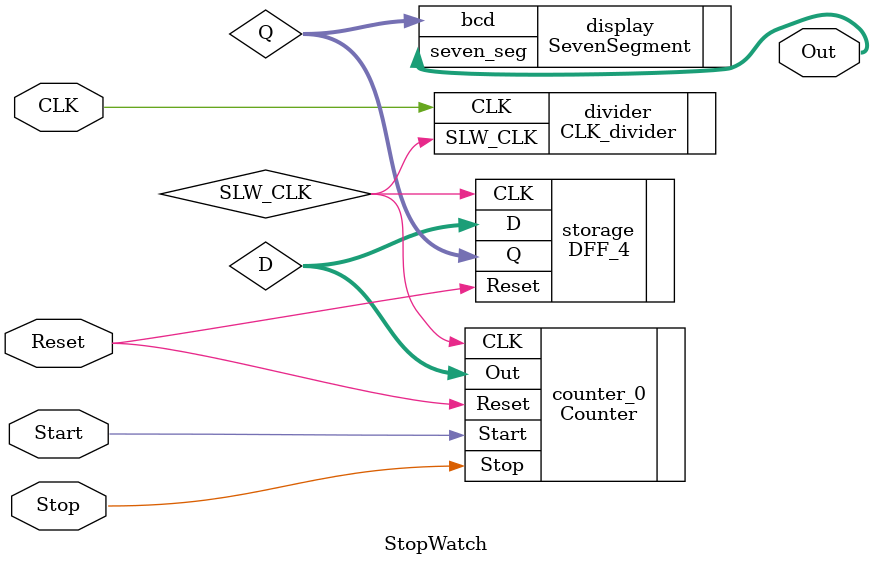
<source format=v>
module StopWatch(CLK,Reset,Stop,Start,Out);

input CLK, Reset, Stop, Start;
output wire [6:0] Out;

wire [3:0] Q;
wire [3:0] D;
wire SLW_CLK;


CLK_divider divider
(	
	 .CLK(CLK),
	 .SLW_CLK(SLW_CLK)
);

Counter counter_0
 (
	  .Reset(Reset),
	  .CLK(SLW_CLK),
	  .Start(Start),
	  .Stop(Stop),
	  .Out(D)
 );
 
DFF_4 storage
 (
    .D(D),
    .CLK(SLW_CLK),
    .Reset(Reset),
    .Q(Q)
 );

 SevenSegment display
 (
	  .bcd(Q),
	  .seven_seg(Out)
);
 

endmodule


</source>
